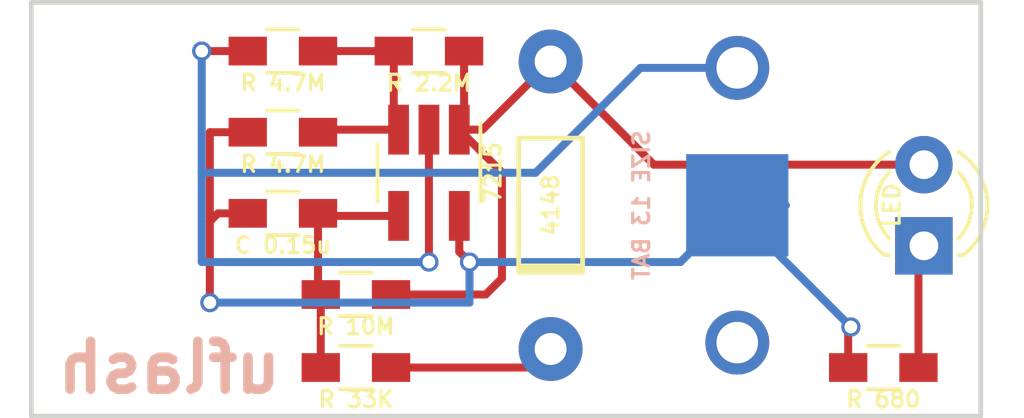
<source format=kicad_pcb>
(kicad_pcb (version 4) (host pcbnew 4.0.7-e2-6376~58~ubuntu16.04.1)

  (general
    (links 0)
    (no_connects 0)
    (area 171.284 78.401 206.079 95.951)
    (thickness 1.6)
    (drawings 5)
    (tracks 56)
    (zones 0)
    (modules 12)
    (nets 1)
  )

  (page A4)
  (layers
    (0 F.Cu signal)
    (31 B.Cu signal)
    (32 B.Adhes user)
    (33 F.Adhes user)
    (34 B.Paste user)
    (35 F.Paste user)
    (36 B.SilkS user)
    (37 F.SilkS user)
    (38 B.Mask user)
    (39 F.Mask user)
    (40 Dwgs.User user)
    (41 Cmts.User user)
    (42 Eco1.User user)
    (43 Eco2.User user)
    (44 Edge.Cuts user)
    (45 Margin user)
    (46 B.CrtYd user)
    (47 F.CrtYd user)
    (48 B.Fab user)
    (49 F.Fab user)
  )

  (setup
    (last_trace_width 0.25)
    (trace_clearance 0.2)
    (zone_clearance 0.508)
    (zone_45_only no)
    (trace_min 0.2)
    (segment_width 0.2)
    (edge_width 0.15)
    (via_size 0.6)
    (via_drill 0.4)
    (via_min_size 0.4)
    (via_min_drill 0.3)
    (uvia_size 0.3)
    (uvia_drill 0.1)
    (uvias_allowed no)
    (uvia_min_size 0.2)
    (uvia_min_drill 0.1)
    (pcb_text_width 0.3)
    (pcb_text_size 1.5 1.5)
    (mod_edge_width 0.15)
    (mod_text_size 1 1)
    (mod_text_width 0.15)
    (pad_size 1.524 1.524)
    (pad_drill 0.762)
    (pad_to_mask_clearance 0.2)
    (aux_axis_origin 0 0)
    (visible_elements FFFFFF7F)
    (pcbplotparams
      (layerselection 0x00030_80000001)
      (usegerberextensions false)
      (excludeedgelayer true)
      (linewidth 0.150000)
      (plotframeref false)
      (viasonmask false)
      (mode 1)
      (useauxorigin false)
      (hpglpennumber 1)
      (hpglpenspeed 20)
      (hpglpendiameter 15)
      (hpglpenoverlay 2)
      (psnegative false)
      (psa4output false)
      (plotreference true)
      (plotvalue true)
      (plotinvisibletext false)
      (padsonsilk false)
      (subtractmaskfromsilk false)
      (outputformat 1)
      (mirror false)
      (drillshape 1)
      (scaleselection 1)
      (outputdirectory ""))
  )

  (net 0 "")

  (net_class Default "This is the default net class."
    (clearance 0.2)
    (trace_width 0.25)
    (via_dia 0.6)
    (via_drill 0.4)
    (uvia_dia 0.3)
    (uvia_drill 0.1)
  )

  (module Battery_Holders:Keystone_2989_1x13mm-CoinCell (layer B.Cu) (tedit 5A8A54CD) (tstamp 5A8A5458)
    (at 203.454 88.138 270)
    (descr http://www.keyelco.com/product-pdf.cfm)
    (tags "Keystone type 2989 coin cell retainer")
    (fp_text reference "SIZE 13 BAT" (at 0 3 270) (layer B.SilkS)
      (effects (font (size 0.5 0.5) (thickness 0.1)) (justify mirror))
    )
    (fp_text value "" (at 0 0 270) (layer B.SilkS)
      (effects (font (thickness 0.15)) (justify mirror))
    )
    (fp_circle (center 0 0) (end 0 -4.4) (layer Dwgs.User) (width 0.15))
    (pad 1 thru_hole circle (at -4.3 0 270) (size 2 2) (drill 1.3) (layers *.Cu *.Mask))
    (pad 1 thru_hole circle (at 4.3 0 270) (size 2 2) (drill 1.3) (layers *.Cu *.Mask))
    (pad 2 smd rect (at 0 0 270) (size 3.2 3.2) (layers B.Cu B.Mask))
    (model Battery_Holders.3dshapes/Keystone_2989_1x13mm-CoinCell.wrl
      (at (xyz 0 0 0))
      (scale (xyz 1 1 1))
      (rotate (xyz 0 0 0))
    )
  )

  (module Resistors_SMD:R_0603_HandSoldering (layer F.Cu) (tedit 5A8A5CAE) (tstamp 5A902C9A)
    (at 208.026 93.218 180)
    (descr "Resistor SMD 0603, hand soldering")
    (tags "resistor 0603")
    (attr smd)
    (fp_text reference "R 680" (at 0 -1 180) (layer F.SilkS)
      (effects (font (size 0.5 0.5) (thickness 0.1)))
    )
    (fp_text value "" (at 0 1.55 180) (layer F.Fab)
      (effects (font (size 1 1) (thickness 0.15)))
    )
    (fp_text user %R (at 0 0 180) (layer F.Fab)
      (effects (font (size 0.4 0.4) (thickness 0.075)))
    )
    (fp_line (start -0.8 0.4) (end -0.8 -0.4) (layer F.Fab) (width 0.1))
    (fp_line (start 0.8 0.4) (end -0.8 0.4) (layer F.Fab) (width 0.1))
    (fp_line (start 0.8 -0.4) (end 0.8 0.4) (layer F.Fab) (width 0.1))
    (fp_line (start -0.8 -0.4) (end 0.8 -0.4) (layer F.Fab) (width 0.1))
    (fp_line (start 0.5 0.68) (end -0.5 0.68) (layer F.SilkS) (width 0.12))
    (fp_line (start -0.5 -0.68) (end 0.5 -0.68) (layer F.SilkS) (width 0.12))
    (fp_line (start -1.96 -0.7) (end 1.95 -0.7) (layer F.CrtYd) (width 0.05))
    (fp_line (start -1.96 -0.7) (end -1.96 0.7) (layer F.CrtYd) (width 0.05))
    (fp_line (start 1.95 0.7) (end 1.95 -0.7) (layer F.CrtYd) (width 0.05))
    (fp_line (start 1.95 0.7) (end -1.96 0.7) (layer F.CrtYd) (width 0.05))
    (pad 1 smd rect (at -1.1 0 180) (size 1.2 0.9) (layers F.Cu F.Paste F.Mask))
    (pad 2 smd rect (at 1.1 0 180) (size 1.2 0.9) (layers F.Cu F.Paste F.Mask))
    (model ${KISYS3DMOD}/Resistors_SMD.3dshapes/R_0603.wrl
      (at (xyz 0 0 0))
      (scale (xyz 1 1 1))
      (rotate (xyz 0 0 0))
    )
  )

  (module Resistors_SMD:R_0603_HandSoldering (layer F.Cu) (tedit 5A8A470B) (tstamp 5A8A8B39)
    (at 191.516 93.218 180)
    (descr "Resistor SMD 0603, hand soldering")
    (tags "resistor 0603")
    (attr smd)
    (fp_text reference "R 33K" (at 0 -1 180) (layer F.SilkS)
      (effects (font (size 0.5 0.5) (thickness 0.1)))
    )
    (fp_text value "" (at 0 1.55 180) (layer F.Fab)
      (effects (font (size 1 1) (thickness 0.15)))
    )
    (fp_text user %R (at 0 0 180) (layer F.Fab)
      (effects (font (size 0.4 0.4) (thickness 0.075)))
    )
    (fp_line (start -0.8 0.4) (end -0.8 -0.4) (layer F.Fab) (width 0.1))
    (fp_line (start 0.8 0.4) (end -0.8 0.4) (layer F.Fab) (width 0.1))
    (fp_line (start 0.8 -0.4) (end 0.8 0.4) (layer F.Fab) (width 0.1))
    (fp_line (start -0.8 -0.4) (end 0.8 -0.4) (layer F.Fab) (width 0.1))
    (fp_line (start 0.5 0.68) (end -0.5 0.68) (layer F.SilkS) (width 0.12))
    (fp_line (start -0.5 -0.68) (end 0.5 -0.68) (layer F.SilkS) (width 0.12))
    (fp_line (start -1.96 -0.7) (end 1.95 -0.7) (layer F.CrtYd) (width 0.05))
    (fp_line (start -1.96 -0.7) (end -1.96 0.7) (layer F.CrtYd) (width 0.05))
    (fp_line (start 1.95 0.7) (end 1.95 -0.7) (layer F.CrtYd) (width 0.05))
    (fp_line (start 1.95 0.7) (end -1.96 0.7) (layer F.CrtYd) (width 0.05))
    (pad 1 smd rect (at -1.1 0 180) (size 1.2 0.9) (layers F.Cu F.Paste F.Mask))
    (pad 2 smd rect (at 1.1 0 180) (size 1.2 0.9) (layers F.Cu F.Paste F.Mask))
    (model ${KISYS3DMOD}/Resistors_SMD.3dshapes/R_0603.wrl
      (at (xyz 0 0 0))
      (scale (xyz 1 1 1))
      (rotate (xyz 0 0 0))
    )
  )

  (module Resistors_SMD:R_0603_HandSoldering (layer F.Cu) (tedit 5A8A46F6) (tstamp 5A8A8B28)
    (at 191.516 90.932 180)
    (descr "Resistor SMD 0603, hand soldering")
    (tags "resistor 0603")
    (attr smd)
    (fp_text reference "R 10M" (at 0 -1 180) (layer F.SilkS)
      (effects (font (size 0.5 0.5) (thickness 0.1)))
    )
    (fp_text value "" (at 0 1.55 180) (layer F.Fab)
      (effects (font (size 1 1) (thickness 0.15)))
    )
    (fp_text user %R (at 0 0 180) (layer F.Fab)
      (effects (font (size 0.4 0.4) (thickness 0.075)))
    )
    (fp_line (start -0.8 0.4) (end -0.8 -0.4) (layer F.Fab) (width 0.1))
    (fp_line (start 0.8 0.4) (end -0.8 0.4) (layer F.Fab) (width 0.1))
    (fp_line (start 0.8 -0.4) (end 0.8 0.4) (layer F.Fab) (width 0.1))
    (fp_line (start -0.8 -0.4) (end 0.8 -0.4) (layer F.Fab) (width 0.1))
    (fp_line (start 0.5 0.68) (end -0.5 0.68) (layer F.SilkS) (width 0.12))
    (fp_line (start -0.5 -0.68) (end 0.5 -0.68) (layer F.SilkS) (width 0.12))
    (fp_line (start -1.96 -0.7) (end 1.95 -0.7) (layer F.CrtYd) (width 0.05))
    (fp_line (start -1.96 -0.7) (end -1.96 0.7) (layer F.CrtYd) (width 0.05))
    (fp_line (start 1.95 0.7) (end 1.95 -0.7) (layer F.CrtYd) (width 0.05))
    (fp_line (start 1.95 0.7) (end -1.96 0.7) (layer F.CrtYd) (width 0.05))
    (pad 1 smd rect (at -1.1 0 180) (size 1.2 0.9) (layers F.Cu F.Paste F.Mask))
    (pad 2 smd rect (at 1.1 0 180) (size 1.2 0.9) (layers F.Cu F.Paste F.Mask))
    (model ${KISYS3DMOD}/Resistors_SMD.3dshapes/R_0603.wrl
      (at (xyz 0 0 0))
      (scale (xyz 1 1 1))
      (rotate (xyz 0 0 0))
    )
  )

  (module Resistors_SMD:R_0603_HandSoldering (layer F.Cu) (tedit 5A8A4719) (tstamp 5A8A89B6)
    (at 189.23 88.392 180)
    (descr "Resistor SMD 0603, hand soldering")
    (tags "resistor 0603")
    (attr smd)
    (fp_text reference "C 0.15u" (at 0 -1 180) (layer F.SilkS)
      (effects (font (size 0.5 0.5) (thickness 0.1)))
    )
    (fp_text value "" (at 0 1.55 180) (layer F.Fab)
      (effects (font (size 1 1) (thickness 0.15)))
    )
    (fp_text user %R (at 0 0 180) (layer F.Fab)
      (effects (font (size 0.4 0.4) (thickness 0.075)))
    )
    (fp_line (start -0.8 0.4) (end -0.8 -0.4) (layer F.Fab) (width 0.1))
    (fp_line (start 0.8 0.4) (end -0.8 0.4) (layer F.Fab) (width 0.1))
    (fp_line (start 0.8 -0.4) (end 0.8 0.4) (layer F.Fab) (width 0.1))
    (fp_line (start -0.8 -0.4) (end 0.8 -0.4) (layer F.Fab) (width 0.1))
    (fp_line (start 0.5 0.68) (end -0.5 0.68) (layer F.SilkS) (width 0.12))
    (fp_line (start -0.5 -0.68) (end 0.5 -0.68) (layer F.SilkS) (width 0.12))
    (fp_line (start -1.96 -0.7) (end 1.95 -0.7) (layer F.CrtYd) (width 0.05))
    (fp_line (start -1.96 -0.7) (end -1.96 0.7) (layer F.CrtYd) (width 0.05))
    (fp_line (start 1.95 0.7) (end 1.95 -0.7) (layer F.CrtYd) (width 0.05))
    (fp_line (start 1.95 0.7) (end -1.96 0.7) (layer F.CrtYd) (width 0.05))
    (pad 1 smd rect (at -1.1 0 180) (size 1.2 0.9) (layers F.Cu F.Paste F.Mask))
    (pad 2 smd rect (at 1.1 0 180) (size 1.2 0.9) (layers F.Cu F.Paste F.Mask))
    (model ${KISYS3DMOD}/Resistors_SMD.3dshapes/R_0603.wrl
      (at (xyz 0 0 0))
      (scale (xyz 1 1 1))
      (rotate (xyz 0 0 0))
    )
  )

  (module Resistors_SMD:R_0603_HandSoldering (layer F.Cu) (tedit 5A8A472A) (tstamp 5A8A89A5)
    (at 189.23 85.852 180)
    (descr "Resistor SMD 0603, hand soldering")
    (tags "resistor 0603")
    (attr smd)
    (fp_text reference "R 4.7M" (at 0 -1 180) (layer F.SilkS)
      (effects (font (size 0.5 0.5) (thickness 0.1)))
    )
    (fp_text value "" (at 0 1.55 180) (layer F.Fab)
      (effects (font (size 1 1) (thickness 0.15)))
    )
    (fp_text user %R (at 0 0 180) (layer F.Fab)
      (effects (font (size 0.4 0.4) (thickness 0.075)))
    )
    (fp_line (start -0.8 0.4) (end -0.8 -0.4) (layer F.Fab) (width 0.1))
    (fp_line (start 0.8 0.4) (end -0.8 0.4) (layer F.Fab) (width 0.1))
    (fp_line (start 0.8 -0.4) (end 0.8 0.4) (layer F.Fab) (width 0.1))
    (fp_line (start -0.8 -0.4) (end 0.8 -0.4) (layer F.Fab) (width 0.1))
    (fp_line (start 0.5 0.68) (end -0.5 0.68) (layer F.SilkS) (width 0.12))
    (fp_line (start -0.5 -0.68) (end 0.5 -0.68) (layer F.SilkS) (width 0.12))
    (fp_line (start -1.96 -0.7) (end 1.95 -0.7) (layer F.CrtYd) (width 0.05))
    (fp_line (start -1.96 -0.7) (end -1.96 0.7) (layer F.CrtYd) (width 0.05))
    (fp_line (start 1.95 0.7) (end 1.95 -0.7) (layer F.CrtYd) (width 0.05))
    (fp_line (start 1.95 0.7) (end -1.96 0.7) (layer F.CrtYd) (width 0.05))
    (pad 1 smd rect (at -1.1 0 180) (size 1.2 0.9) (layers F.Cu F.Paste F.Mask))
    (pad 2 smd rect (at 1.1 0 180) (size 1.2 0.9) (layers F.Cu F.Paste F.Mask))
    (model ${KISYS3DMOD}/Resistors_SMD.3dshapes/R_0603.wrl
      (at (xyz 0 0 0))
      (scale (xyz 1 1 1))
      (rotate (xyz 0 0 0))
    )
  )

  (module Resistors_SMD:R_0603_HandSoldering (layer F.Cu) (tedit 5A8A5248) (tstamp 5A8A8994)
    (at 189.23 83.312)
    (descr "Resistor SMD 0603, hand soldering")
    (tags "resistor 0603")
    (attr smd)
    (fp_text reference "R 4.7M" (at 0 1) (layer F.SilkS)
      (effects (font (size 0.5 0.5) (thickness 0.1)))
    )
    (fp_text value "" (at 0 1.55) (layer F.Fab)
      (effects (font (size 1 1) (thickness 0.15)))
    )
    (fp_text user %R (at 0 0) (layer F.Fab)
      (effects (font (size 0.4 0.4) (thickness 0.075)))
    )
    (fp_line (start -0.8 0.4) (end -0.8 -0.4) (layer F.Fab) (width 0.1))
    (fp_line (start 0.8 0.4) (end -0.8 0.4) (layer F.Fab) (width 0.1))
    (fp_line (start 0.8 -0.4) (end 0.8 0.4) (layer F.Fab) (width 0.1))
    (fp_line (start -0.8 -0.4) (end 0.8 -0.4) (layer F.Fab) (width 0.1))
    (fp_line (start 0.5 0.68) (end -0.5 0.68) (layer F.SilkS) (width 0.12))
    (fp_line (start -0.5 -0.68) (end 0.5 -0.68) (layer F.SilkS) (width 0.12))
    (fp_line (start -1.96 -0.7) (end 1.95 -0.7) (layer F.CrtYd) (width 0.05))
    (fp_line (start -1.96 -0.7) (end -1.96 0.7) (layer F.CrtYd) (width 0.05))
    (fp_line (start 1.95 0.7) (end 1.95 -0.7) (layer F.CrtYd) (width 0.05))
    (fp_line (start 1.95 0.7) (end -1.96 0.7) (layer F.CrtYd) (width 0.05))
    (pad 1 smd rect (at -1.1 0) (size 1.2 0.9) (layers F.Cu F.Paste F.Mask))
    (pad 2 smd rect (at 1.1 0) (size 1.2 0.9) (layers F.Cu F.Paste F.Mask))
    (model ${KISYS3DMOD}/Resistors_SMD.3dshapes/R_0603.wrl
      (at (xyz 0 0 0))
      (scale (xyz 1 1 1))
      (rotate (xyz 0 0 0))
    )
  )

  (module TO_SOT_Packages_SMD:SOT-23-5_HandSoldering (layer F.Cu) (tedit 5A8A5517) (tstamp 5A8A54F0)
    (at 193.802 87.122 270)
    (descr "5-pin SOT23 package")
    (tags "SOT-23-5 hand-soldering")
    (attr smd)
    (fp_text reference 7215 (at 0 -2 270) (layer F.SilkS)
      (effects (font (size 0.5 0.5) (thickness 0.1)))
    )
    (fp_text value "" (at 0 2.9 270) (layer F.Fab)
      (effects (font (size 1 1) (thickness 0.15)))
    )
    (fp_text user %R (at 0 0 360) (layer F.Fab)
      (effects (font (size 0.5 0.5) (thickness 0.075)))
    )
    (fp_line (start -0.9 1.61) (end 0.9 1.61) (layer F.SilkS) (width 0.12))
    (fp_line (start 0.9 -1.61) (end -1.55 -1.61) (layer F.SilkS) (width 0.12))
    (fp_line (start -0.9 -0.9) (end -0.25 -1.55) (layer F.Fab) (width 0.1))
    (fp_line (start 0.9 -1.55) (end -0.25 -1.55) (layer F.Fab) (width 0.1))
    (fp_line (start -0.9 -0.9) (end -0.9 1.55) (layer F.Fab) (width 0.1))
    (fp_line (start 0.9 1.55) (end -0.9 1.55) (layer F.Fab) (width 0.1))
    (fp_line (start 0.9 -1.55) (end 0.9 1.55) (layer F.Fab) (width 0.1))
    (fp_line (start -2.38 -1.8) (end 2.38 -1.8) (layer F.CrtYd) (width 0.05))
    (fp_line (start -2.38 -1.8) (end -2.38 1.8) (layer F.CrtYd) (width 0.05))
    (fp_line (start 2.38 1.8) (end 2.38 -1.8) (layer F.CrtYd) (width 0.05))
    (fp_line (start 2.38 1.8) (end -2.38 1.8) (layer F.CrtYd) (width 0.05))
    (pad 1 smd rect (at -1.35 -0.95 270) (size 1.56 0.65) (layers F.Cu F.Paste F.Mask))
    (pad 2 smd rect (at -1.35 0 270) (size 1.56 0.65) (layers F.Cu F.Paste F.Mask))
    (pad 3 smd rect (at -1.35 0.95 270) (size 1.56 0.65) (layers F.Cu F.Paste F.Mask))
    (pad 4 smd rect (at 1.35 0.95 270) (size 1.56 0.65) (layers F.Cu F.Paste F.Mask))
    (pad 5 smd rect (at 1.35 -0.95 270) (size 1.56 0.65) (layers F.Cu F.Paste F.Mask))
    (model ${KISYS3DMOD}/TO_SOT_Packages_SMD.3dshapes\SOT-23-5.wrl
      (at (xyz 0 0 0))
      (scale (xyz 1 1 1))
      (rotate (xyz 0 0 0))
    )
  )

  (module Resistors_SMD:R_0603_HandSoldering (layer F.Cu) (tedit 5A8A5267) (tstamp 5A8A894E)
    (at 193.802 83.312)
    (descr "Resistor SMD 0603, hand soldering")
    (tags "resistor 0603")
    (attr smd)
    (fp_text reference "R 2.2M" (at 0 1) (layer F.SilkS)
      (effects (font (size 0.5 0.5) (thickness 0.1)))
    )
    (fp_text value "" (at 0 1.55) (layer F.Fab)
      (effects (font (size 1 1) (thickness 0.15)))
    )
    (fp_text user %R (at 0 0) (layer F.Fab)
      (effects (font (size 0.4 0.4) (thickness 0.075)))
    )
    (fp_line (start -0.8 0.4) (end -0.8 -0.4) (layer F.Fab) (width 0.1))
    (fp_line (start 0.8 0.4) (end -0.8 0.4) (layer F.Fab) (width 0.1))
    (fp_line (start 0.8 -0.4) (end 0.8 0.4) (layer F.Fab) (width 0.1))
    (fp_line (start -0.8 -0.4) (end 0.8 -0.4) (layer F.Fab) (width 0.1))
    (fp_line (start 0.5 0.68) (end -0.5 0.68) (layer F.SilkS) (width 0.12))
    (fp_line (start -0.5 -0.68) (end 0.5 -0.68) (layer F.SilkS) (width 0.12))
    (fp_line (start -1.96 -0.7) (end 1.95 -0.7) (layer F.CrtYd) (width 0.05))
    (fp_line (start -1.96 -0.7) (end -1.96 0.7) (layer F.CrtYd) (width 0.05))
    (fp_line (start 1.95 0.7) (end 1.95 -0.7) (layer F.CrtYd) (width 0.05))
    (fp_line (start 1.95 0.7) (end -1.96 0.7) (layer F.CrtYd) (width 0.05))
    (pad 1 smd rect (at -1.1 0) (size 1.2 0.9) (layers F.Cu F.Paste F.Mask))
    (pad 2 smd rect (at 1.1 0) (size 1.2 0.9) (layers F.Cu F.Paste F.Mask))
    (model ${KISYS3DMOD}/Resistors_SMD.3dshapes/R_0603.wrl
      (at (xyz 0 0 0))
      (scale (xyz 1 1 1))
      (rotate (xyz 0 0 0))
    )
  )

  (module LEDs:LED_Round_FlatTop_D3.0mm (layer F.Cu) (tedit 5A8A49E8) (tstamp 5A902AF5)
    (at 209.296 89.408 90)
    (descr "LED_Round_FlatTop, Round, FlatTop, diameter 3.0mm, 2 pins, http://www.kingbright.com/attachments/file/psearch/000/00/00/L-47XEC(Ver.9A).pdf")
    (tags "LED_Round_FlatTop Round FlatTop diameter 3.0mm 2 pins")
    (fp_text reference LED (at 1.27 -1 90) (layer F.SilkS)
      (effects (font (size 0.5 0.5) (thickness 0.1)))
    )
    (fp_text value "" (at 1.27 2.96 90) (layer F.Fab)
      (effects (font (size 0.5 0.5) (thickness 0.1)))
    )
    (fp_arc (start 1.27 0) (end -0.23 -1.16619) (angle 284.3) (layer F.Fab) (width 0.1))
    (fp_arc (start 1.27 0) (end -0.29 -1.235516) (angle 108.8) (layer F.SilkS) (width 0.12))
    (fp_arc (start 1.27 0) (end -0.29 1.235516) (angle -108.8) (layer F.SilkS) (width 0.12))
    (fp_arc (start 1.27 0) (end 0.229039 -1.08) (angle 87.9) (layer F.SilkS) (width 0.12))
    (fp_arc (start 1.27 0) (end 0.229039 1.08) (angle -87.9) (layer F.SilkS) (width 0.12))
    (fp_circle (center 1.27 0) (end 2.77 0) (layer F.Fab) (width 0.1))
    (fp_line (start -0.23 -1.16619) (end -0.23 1.16619) (layer F.Fab) (width 0.1))
    (fp_line (start -0.29 -1.236) (end -0.29 -1.08) (layer F.SilkS) (width 0.12))
    (fp_line (start -0.29 1.08) (end -0.29 1.236) (layer F.SilkS) (width 0.12))
    (fp_line (start -1.15 -2.25) (end -1.15 2.25) (layer F.CrtYd) (width 0.05))
    (fp_line (start -1.15 2.25) (end 3.7 2.25) (layer F.CrtYd) (width 0.05))
    (fp_line (start 3.7 2.25) (end 3.7 -2.25) (layer F.CrtYd) (width 0.05))
    (fp_line (start 3.7 -2.25) (end -1.15 -2.25) (layer F.CrtYd) (width 0.05))
    (pad 1 thru_hole rect (at 0 0 90) (size 1.8 1.8) (drill 0.9) (layers *.Cu *.Mask))
    (pad 2 thru_hole circle (at 2.54 0 90) (size 1.8 1.8) (drill 0.9) (layers *.Cu *.Mask))
    (model LEDs.3dshapes/LED_Round_FlatTop_D3.0mm.wrl
      (at (xyz 0 0 0))
      (scale (xyz 0.393701 0.393701 0.393701))
      (rotate (xyz 0 0 0))
    )
  )

  (module Battery_Holders:diode (layer F.Cu) (tedit 5A8A5505) (tstamp 5A8A5191)
    (at 197.612 88.138 90)
    (descr "diode 4.2max ,")
    (tags "diode 4.2max ,")
    (fp_text reference 4148 (at 0 0 90) (layer F.SilkS)
      (effects (font (size 0.5 0.5) (thickness 0.1)))
    )
    (fp_text value "" (at 0 0 90) (layer F.SilkS)
      (effects (font (thickness 0.15)))
    )
    (fp_line (start -2.1 1) (end 2.1 1) (layer F.SilkS) (width 0.15))
    (fp_line (start -2.1 -1) (end 2.1 -1) (layer F.SilkS) (width 0.15))
    (fp_line (start -1.9 1) (end -1.9 -1) (layer F.SilkS) (width 0.15))
    (fp_line (start -2 1) (end -2 -1) (layer F.SilkS) (width 0.15))
    (fp_line (start -2.1 1) (end -2.1 -1) (layer F.SilkS) (width 0.15))
    (fp_line (start 2.1 1) (end 2.1 -1) (layer F.SilkS) (width 0.15))
    (pad 1 thru_hole circle (at -4.5 0 90) (size 2 2) (drill 1) (layers *.Cu *.Mask))
    (pad 2 thru_hole circle (at 4.5 0 90) (size 2 2) (drill 1) (layers *.Cu *.Mask))
  )

  (module Mounting_Holes:MountingHole_3.5mm (layer F.Cu) (tedit 5A8A5B46) (tstamp 5A8A6290)
    (at 184.15 88.138)
    (descr "Mounting Hole 3.5mm, no annular")
    (tags "mounting hole 3.5mm no annular")
    (fp_text reference "" (at 0 -4.5) (layer F.SilkS)
      (effects (font (size 1 1) (thickness 0.15)))
    )
    (fp_text value "" (at 0 4.5) (layer F.Fab)
      (effects (font (size 1 1) (thickness 0.15)))
    )
    (fp_circle (center 0 0) (end 3.5 0) (layer Cmts.User) (width 0.15))
    (fp_circle (center 0 0) (end 3.75 0) (layer F.CrtYd) (width 0.05))
    (pad 1 np_thru_hole circle (at 0 0) (size 3.5 3.5) (drill 3.5) (layers *.Cu *.Mask))
  )

  (gr_line (start 181.356 81.788) (end 211.074 81.788) (angle 90) (layer Edge.Cuts) (width 0.15))
  (gr_line (start 211.074 94.742) (end 181.356 94.742) (angle 90) (layer Edge.Cuts) (width 0.15))
  (gr_text uflash (at 185.674 93.218) (layer B.SilkS)
    (effects (font (size 1.5 1.5) (thickness 0.3)) (justify mirror))
  )
  (gr_line (start 211.074 81.788) (end 211.074 94.742) (angle 90) (layer Edge.Cuts) (width 0.15))
  (gr_line (start 181.356 81.788) (end 181.356 94.742) (angle 90) (layer Edge.Cuts) (width 0.15))

  (segment (start 206.926 93.218) (end 206.926 92.032) (width 0.25) (layer F.Cu) (net 0) (status 400000))
  (segment (start 207.01 91.948) (end 203.454 88.392) (width 0.25) (layer B.Cu) (net 0) (tstamp 5A8A6360) (status 800000))
  (via (at 207.01 91.948) (size 0.6) (drill 0.4) (layers F.Cu B.Cu) (net 0))
  (segment (start 206.926 92.032) (end 207.01 91.948) (width 0.25) (layer F.Cu) (net 0) (tstamp 5A8A635E))
  (segment (start 203.454 88.392) (end 203.454 88.138) (width 0.25) (layer B.Cu) (net 0) (tstamp 5A8A6361) (status C00000))
  (segment (start 209.126 93.218) (end 209.126 89.578) (width 0.25) (layer F.Cu) (net 0) (status C00000))
  (segment (start 209.126 89.578) (end 209.296 89.408) (width 0.25) (layer F.Cu) (net 0) (tstamp 5A8A635C) (status C00000))
  (segment (start 209.296 86.868) (end 200.842 86.868) (width 0.25) (layer F.Cu) (net 0) (status 400000))
  (segment (start 200.842 86.868) (end 197.612 83.638) (width 0.25) (layer F.Cu) (net 0) (tstamp 5A8A6359) (status 800000))
  (segment (start 204.978 88.138) (end 203.454 88.138) (width 0.25) (layer B.Cu) (net 0) (tstamp 5A8A5FAB))
  (segment (start 188.13 88.392) (end 187.198 88.392) (width 0.25) (layer F.Cu) (net 0))
  (segment (start 187.198 88.392) (end 186.944 88.646) (width 0.25) (layer F.Cu) (net 0) (tstamp 5A8A5F47))
  (segment (start 203.454 88.392) (end 203.454 88.138) (width 0.25) (layer B.Cu) (net 0) (tstamp 5A8A5F45))
  (segment (start 194.902 83.312) (end 194.902 85.622) (width 0.25) (layer F.Cu) (net 0))
  (segment (start 194.902 85.622) (end 194.752 85.772) (width 0.25) (layer F.Cu) (net 0) (tstamp 5A8A5F37))
  (segment (start 203.454 83.838) (end 200.424 83.838) (width 0.25) (layer B.Cu) (net 0))
  (segment (start 197.14 87.122) (end 186.69 87.122) (width 0.25) (layer B.Cu) (net 0) (tstamp 5A8A5EAA))
  (segment (start 200.424 83.838) (end 197.14 87.122) (width 0.25) (layer B.Cu) (net 0) (tstamp 5A8A5EA9))
  (segment (start 195.072 89.916) (end 201.676 89.916) (width 0.25) (layer B.Cu) (net 0))
  (segment (start 201.676 89.916) (end 203.454 88.138) (width 0.25) (layer B.Cu) (net 0) (tstamp 5A8A5E9F))
  (segment (start 192.616 93.218) (end 197.032 93.218) (width 0.25) (layer F.Cu) (net 0))
  (segment (start 197.032 93.218) (end 197.612 92.638) (width 0.25) (layer F.Cu) (net 0) (tstamp 5A8A5215))
  (segment (start 194.752 85.772) (end 195.478 85.772) (width 0.25) (layer F.Cu) (net 0))
  (segment (start 195.478 85.772) (end 197.612 83.638) (width 0.25) (layer F.Cu) (net 0) (tstamp 5A8A5211))
  (segment (start 188.13 83.312) (end 186.69 83.312) (width 0.25) (layer F.Cu) (net 0))
  (segment (start 186.69 83.312) (end 186.69 87.122) (width 0.25) (layer B.Cu) (net 0) (tstamp 5A903B9A))
  (segment (start 186.69 87.122) (end 186.69 89.916) (width 0.25) (layer B.Cu) (net 0) (tstamp 5A8A5EAD))
  (via (at 186.69 83.312) (size 0.6) (drill 0.4) (layers F.Cu B.Cu) (net 0))
  (segment (start 188.13 85.852) (end 186.944 85.852) (width 0.25) (layer F.Cu) (net 0))
  (via (at 186.944 91.186) (size 0.6) (drill 0.4) (layers F.Cu B.Cu) (net 0))
  (segment (start 186.944 85.852) (end 186.944 88.646) (width 0.25) (layer F.Cu) (net 0) (tstamp 5A903B90))
  (segment (start 186.944 88.646) (end 186.944 91.186) (width 0.25) (layer F.Cu) (net 0) (tstamp 5A8A5F49))
  (segment (start 192.616 90.932) (end 195.072 90.932) (width 0.25) (layer F.Cu) (net 0))
  (segment (start 196.088 87.108) (end 194.752 85.772) (width 0.25) (layer F.Cu) (net 0) (tstamp 5A902C81))
  (segment (start 196.088 90.424) (end 196.088 87.108) (width 0.25) (layer F.Cu) (net 0) (tstamp 5A902C80))
  (segment (start 195.58 90.932) (end 196.088 90.424) (width 0.25) (layer F.Cu) (net 0) (tstamp 5A902C7F))
  (segment (start 195.072 90.932) (end 195.58 90.932) (width 0.25) (layer F.Cu) (net 0) (tstamp 5A902C7E))
  (segment (start 194.752 88.472) (end 194.752 89.596) (width 0.25) (layer F.Cu) (net 0))
  (segment (start 195.072 91.186) (end 186.944 91.186) (width 0.25) (layer B.Cu) (net 0) (tstamp 5A902C7B))
  (segment (start 195.072 89.916) (end 195.072 91.186) (width 0.25) (layer B.Cu) (net 0) (tstamp 5A902C7A))
  (via (at 195.072 89.916) (size 0.6) (drill 0.4) (layers F.Cu B.Cu) (net 0))
  (segment (start 194.752 89.596) (end 195.072 89.916) (width 0.25) (layer F.Cu) (net 0) (tstamp 5A902C78))
  (segment (start 194.752 85.772) (end 194.752 85.786) (width 0.25) (layer F.Cu) (net 0))
  (segment (start 193.802 85.772) (end 193.802 89.916) (width 0.25) (layer F.Cu) (net 0))
  (segment (start 193.802 89.916) (end 186.69 89.916) (width 0.25) (layer B.Cu) (net 0) (tstamp 5A902C61))
  (via (at 193.802 89.916) (size 0.6) (drill 0.4) (layers F.Cu B.Cu) (net 0))
  (segment (start 190.416 90.932) (end 190.416 93.218) (width 0.25) (layer F.Cu) (net 0))
  (segment (start 190.33 88.392) (end 190.33 90.846) (width 0.25) (layer F.Cu) (net 0))
  (segment (start 190.33 90.846) (end 190.416 90.932) (width 0.25) (layer F.Cu) (net 0) (tstamp 5A902C4D))
  (segment (start 192.852 88.472) (end 190.41 88.472) (width 0.25) (layer F.Cu) (net 0))
  (segment (start 190.41 88.472) (end 190.33 88.392) (width 0.25) (layer F.Cu) (net 0) (tstamp 5A902B84))
  (segment (start 192.852 85.772) (end 190.41 85.772) (width 0.25) (layer F.Cu) (net 0))
  (segment (start 190.41 85.772) (end 190.33 85.852) (width 0.25) (layer F.Cu) (net 0) (tstamp 5A902B81))
  (segment (start 192.702 83.312) (end 192.702 85.622) (width 0.25) (layer F.Cu) (net 0))
  (segment (start 192.702 85.622) (end 192.852 85.772) (width 0.25) (layer F.Cu) (net 0) (tstamp 5A902B7E))
  (segment (start 190.33 83.312) (end 192.702 83.312) (width 0.25) (layer F.Cu) (net 0))

)

</source>
